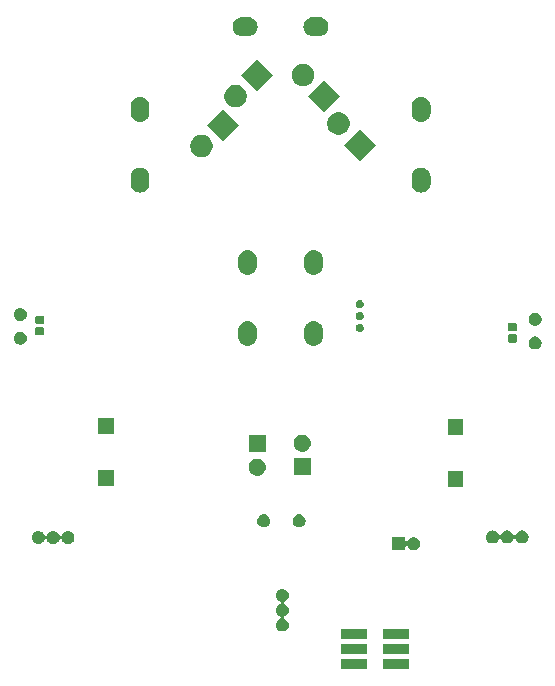
<source format=gbs>
G04 #@! TF.GenerationSoftware,KiCad,Pcbnew,(5.0.1-3-g963ef8bb5)*
G04 #@! TF.CreationDate,2019-10-10T01:43:40+09:00*
G04 #@! TF.ProjectId,mouse_v2,6D6F7573655F76322E6B696361645F70,rev?*
G04 #@! TF.SameCoordinates,Original*
G04 #@! TF.FileFunction,Soldermask,Bot*
G04 #@! TF.FilePolarity,Negative*
%FSLAX46Y46*%
G04 Gerber Fmt 4.6, Leading zero omitted, Abs format (unit mm)*
G04 Created by KiCad (PCBNEW (5.0.1-3-g963ef8bb5)) date 2019年10月10日 木曜日 01:43:40*
%MOMM*%
%LPD*%
G01*
G04 APERTURE LIST*
%ADD10C,0.100000*%
G04 APERTURE END LIST*
D10*
G36*
X162171000Y-141006000D02*
X159969000Y-141006000D01*
X159969000Y-140154000D01*
X162171000Y-140154000D01*
X162171000Y-141006000D01*
X162171000Y-141006000D01*
G37*
G36*
X158571000Y-141006000D02*
X156369000Y-141006000D01*
X156369000Y-140154000D01*
X158571000Y-140154000D01*
X158571000Y-141006000D01*
X158571000Y-141006000D01*
G37*
G36*
X162171000Y-139736000D02*
X159969000Y-139736000D01*
X159969000Y-138884000D01*
X162171000Y-138884000D01*
X162171000Y-139736000D01*
X162171000Y-139736000D01*
G37*
G36*
X158571000Y-139736000D02*
X156369000Y-139736000D01*
X156369000Y-138884000D01*
X158571000Y-138884000D01*
X158571000Y-139736000D01*
X158571000Y-139736000D01*
G37*
G36*
X162171000Y-138466000D02*
X159969000Y-138466000D01*
X159969000Y-137614000D01*
X162171000Y-137614000D01*
X162171000Y-138466000D01*
X162171000Y-138466000D01*
G37*
G36*
X158571000Y-138466000D02*
X156369000Y-138466000D01*
X156369000Y-137614000D01*
X158571000Y-137614000D01*
X158571000Y-138466000D01*
X158571000Y-138466000D01*
G37*
G36*
X151580721Y-134230174D02*
X151680995Y-134271709D01*
X151771245Y-134332012D01*
X151847988Y-134408755D01*
X151908291Y-134499005D01*
X151949826Y-134599279D01*
X151971000Y-134705730D01*
X151971000Y-134814270D01*
X151949826Y-134920721D01*
X151908291Y-135020995D01*
X151847988Y-135111245D01*
X151771245Y-135187988D01*
X151680995Y-135248291D01*
X151629756Y-135269515D01*
X151608145Y-135281066D01*
X151589203Y-135296612D01*
X151573657Y-135315554D01*
X151562106Y-135337165D01*
X151554993Y-135360614D01*
X151552591Y-135385000D01*
X151554993Y-135409386D01*
X151562106Y-135432835D01*
X151573657Y-135454446D01*
X151589203Y-135473388D01*
X151608145Y-135488934D01*
X151629756Y-135500485D01*
X151680995Y-135521709D01*
X151771245Y-135582012D01*
X151847988Y-135658755D01*
X151908291Y-135749005D01*
X151949826Y-135849279D01*
X151971000Y-135955730D01*
X151971000Y-136064270D01*
X151949826Y-136170721D01*
X151908291Y-136270995D01*
X151847988Y-136361245D01*
X151771245Y-136437988D01*
X151680995Y-136498291D01*
X151629756Y-136519515D01*
X151608145Y-136531066D01*
X151589203Y-136546612D01*
X151573657Y-136565554D01*
X151562106Y-136587165D01*
X151554993Y-136610614D01*
X151552591Y-136635000D01*
X151554993Y-136659386D01*
X151562106Y-136682835D01*
X151573657Y-136704446D01*
X151589203Y-136723388D01*
X151608145Y-136738934D01*
X151629756Y-136750485D01*
X151680995Y-136771709D01*
X151771245Y-136832012D01*
X151847988Y-136908755D01*
X151908291Y-136999005D01*
X151949826Y-137099279D01*
X151971000Y-137205730D01*
X151971000Y-137314270D01*
X151949826Y-137420721D01*
X151908291Y-137520995D01*
X151847988Y-137611245D01*
X151771245Y-137687988D01*
X151680995Y-137748291D01*
X151580721Y-137789826D01*
X151474270Y-137811000D01*
X151365730Y-137811000D01*
X151259279Y-137789826D01*
X151159005Y-137748291D01*
X151068755Y-137687988D01*
X150992012Y-137611245D01*
X150931709Y-137520995D01*
X150890174Y-137420721D01*
X150869000Y-137314270D01*
X150869000Y-137205730D01*
X150890174Y-137099279D01*
X150931709Y-136999005D01*
X150992012Y-136908755D01*
X151068755Y-136832012D01*
X151159005Y-136771709D01*
X151210244Y-136750485D01*
X151231855Y-136738934D01*
X151250797Y-136723388D01*
X151266343Y-136704446D01*
X151277894Y-136682835D01*
X151285007Y-136659386D01*
X151287409Y-136635000D01*
X151285007Y-136610614D01*
X151277894Y-136587165D01*
X151266343Y-136565554D01*
X151250797Y-136546612D01*
X151231855Y-136531066D01*
X151210244Y-136519515D01*
X151159005Y-136498291D01*
X151068755Y-136437988D01*
X150992012Y-136361245D01*
X150931709Y-136270995D01*
X150890174Y-136170721D01*
X150869000Y-136064270D01*
X150869000Y-135955730D01*
X150890174Y-135849279D01*
X150931709Y-135749005D01*
X150992012Y-135658755D01*
X151068755Y-135582012D01*
X151159005Y-135521709D01*
X151210244Y-135500485D01*
X151231855Y-135488934D01*
X151250797Y-135473388D01*
X151266343Y-135454446D01*
X151277894Y-135432835D01*
X151285007Y-135409386D01*
X151287409Y-135385000D01*
X151285007Y-135360614D01*
X151277894Y-135337165D01*
X151266343Y-135315554D01*
X151250797Y-135296612D01*
X151231855Y-135281066D01*
X151210244Y-135269515D01*
X151159005Y-135248291D01*
X151068755Y-135187988D01*
X150992012Y-135111245D01*
X150931709Y-135020995D01*
X150890174Y-134920721D01*
X150869000Y-134814270D01*
X150869000Y-134705730D01*
X150890174Y-134599279D01*
X150931709Y-134499005D01*
X150992012Y-134408755D01*
X151068755Y-134332012D01*
X151159005Y-134271709D01*
X151259279Y-134230174D01*
X151365730Y-134209000D01*
X151474270Y-134209000D01*
X151580721Y-134230174D01*
X151580721Y-134230174D01*
G37*
G36*
X161821000Y-130067262D02*
X161823402Y-130091648D01*
X161830515Y-130115097D01*
X161842066Y-130136708D01*
X161857612Y-130155650D01*
X161876554Y-130171196D01*
X161898165Y-130182747D01*
X161921614Y-130189860D01*
X161946000Y-130192262D01*
X161970386Y-130189860D01*
X161993835Y-130182747D01*
X162015446Y-130171196D01*
X162034388Y-130155650D01*
X162056236Y-130126192D01*
X162079644Y-130082400D01*
X162148499Y-129998499D01*
X162232400Y-129929644D01*
X162328121Y-129878479D01*
X162431985Y-129846973D01*
X162512933Y-129839000D01*
X162567067Y-129839000D01*
X162648015Y-129846973D01*
X162751879Y-129878479D01*
X162847600Y-129929644D01*
X162931501Y-129998499D01*
X163000356Y-130082400D01*
X163051521Y-130178121D01*
X163083027Y-130281985D01*
X163093666Y-130390000D01*
X163083027Y-130498015D01*
X163051521Y-130601879D01*
X163000356Y-130697600D01*
X162931501Y-130781501D01*
X162847600Y-130850356D01*
X162751879Y-130901521D01*
X162648015Y-130933027D01*
X162567067Y-130941000D01*
X162512933Y-130941000D01*
X162431985Y-130933027D01*
X162328121Y-130901521D01*
X162232400Y-130850356D01*
X162148499Y-130781501D01*
X162079644Y-130697600D01*
X162056234Y-130653805D01*
X162042626Y-130633439D01*
X162025299Y-130616111D01*
X162004924Y-130602498D01*
X161982285Y-130593120D01*
X161958252Y-130588340D01*
X161933748Y-130588340D01*
X161909714Y-130593121D01*
X161887075Y-130602498D01*
X161866701Y-130616112D01*
X161849373Y-130633439D01*
X161835760Y-130653814D01*
X161826382Y-130676453D01*
X161821000Y-130712738D01*
X161821000Y-130941000D01*
X160719000Y-130941000D01*
X160719000Y-129839000D01*
X161821000Y-129839000D01*
X161821000Y-130067262D01*
X161821000Y-130067262D01*
G37*
G36*
X130930721Y-129330174D02*
X131030995Y-129371709D01*
X131121245Y-129432012D01*
X131197988Y-129508755D01*
X131258291Y-129599005D01*
X131279515Y-129650244D01*
X131291066Y-129671855D01*
X131306612Y-129690797D01*
X131325554Y-129706343D01*
X131347165Y-129717894D01*
X131370614Y-129725007D01*
X131395000Y-129727409D01*
X131419386Y-129725007D01*
X131442835Y-129717894D01*
X131464446Y-129706343D01*
X131483388Y-129690797D01*
X131498934Y-129671855D01*
X131510485Y-129650244D01*
X131531709Y-129599005D01*
X131592012Y-129508755D01*
X131668755Y-129432012D01*
X131759005Y-129371709D01*
X131859279Y-129330174D01*
X131965730Y-129309000D01*
X132074270Y-129309000D01*
X132180721Y-129330174D01*
X132280995Y-129371709D01*
X132371245Y-129432012D01*
X132447988Y-129508755D01*
X132508291Y-129599005D01*
X132529515Y-129650244D01*
X132541066Y-129671855D01*
X132556612Y-129690797D01*
X132575554Y-129706343D01*
X132597165Y-129717894D01*
X132620614Y-129725007D01*
X132645000Y-129727409D01*
X132669386Y-129725007D01*
X132692835Y-129717894D01*
X132714446Y-129706343D01*
X132733388Y-129690797D01*
X132748934Y-129671855D01*
X132760485Y-129650244D01*
X132781709Y-129599005D01*
X132842012Y-129508755D01*
X132918755Y-129432012D01*
X133009005Y-129371709D01*
X133109279Y-129330174D01*
X133215730Y-129309000D01*
X133324270Y-129309000D01*
X133430721Y-129330174D01*
X133530995Y-129371709D01*
X133621245Y-129432012D01*
X133697988Y-129508755D01*
X133758291Y-129599005D01*
X133799826Y-129699279D01*
X133821000Y-129805730D01*
X133821000Y-129914270D01*
X133799826Y-130020721D01*
X133758291Y-130120995D01*
X133697988Y-130211245D01*
X133621245Y-130287988D01*
X133530995Y-130348291D01*
X133430721Y-130389826D01*
X133324270Y-130411000D01*
X133215730Y-130411000D01*
X133109279Y-130389826D01*
X133009005Y-130348291D01*
X132918755Y-130287988D01*
X132842012Y-130211245D01*
X132781709Y-130120995D01*
X132760485Y-130069756D01*
X132748934Y-130048145D01*
X132733388Y-130029203D01*
X132714446Y-130013657D01*
X132692835Y-130002106D01*
X132669386Y-129994993D01*
X132645000Y-129992591D01*
X132620614Y-129994993D01*
X132597165Y-130002106D01*
X132575554Y-130013657D01*
X132556612Y-130029203D01*
X132541066Y-130048145D01*
X132529515Y-130069756D01*
X132508291Y-130120995D01*
X132447988Y-130211245D01*
X132371245Y-130287988D01*
X132280995Y-130348291D01*
X132180721Y-130389826D01*
X132074270Y-130411000D01*
X131965730Y-130411000D01*
X131859279Y-130389826D01*
X131759005Y-130348291D01*
X131668755Y-130287988D01*
X131592012Y-130211245D01*
X131531709Y-130120995D01*
X131510485Y-130069756D01*
X131498934Y-130048145D01*
X131483388Y-130029203D01*
X131464446Y-130013657D01*
X131442835Y-130002106D01*
X131419386Y-129994993D01*
X131395000Y-129992591D01*
X131370614Y-129994993D01*
X131347165Y-130002106D01*
X131325554Y-130013657D01*
X131306612Y-130029203D01*
X131291066Y-130048145D01*
X131279515Y-130069756D01*
X131258291Y-130120995D01*
X131197988Y-130211245D01*
X131121245Y-130287988D01*
X131030995Y-130348291D01*
X130930721Y-130389826D01*
X130824270Y-130411000D01*
X130715730Y-130411000D01*
X130609279Y-130389826D01*
X130509005Y-130348291D01*
X130418755Y-130287988D01*
X130342012Y-130211245D01*
X130281709Y-130120995D01*
X130240174Y-130020721D01*
X130219000Y-129914270D01*
X130219000Y-129805730D01*
X130240174Y-129699279D01*
X130281709Y-129599005D01*
X130342012Y-129508755D01*
X130418755Y-129432012D01*
X130509005Y-129371709D01*
X130609279Y-129330174D01*
X130715730Y-129309000D01*
X130824270Y-129309000D01*
X130930721Y-129330174D01*
X130930721Y-129330174D01*
G37*
G36*
X169380721Y-129280174D02*
X169480995Y-129321709D01*
X169571245Y-129382012D01*
X169647988Y-129458755D01*
X169708291Y-129549005D01*
X169729515Y-129600244D01*
X169741066Y-129621855D01*
X169756612Y-129640797D01*
X169775554Y-129656343D01*
X169797165Y-129667894D01*
X169820614Y-129675007D01*
X169845000Y-129677409D01*
X169869386Y-129675007D01*
X169892835Y-129667894D01*
X169914446Y-129656343D01*
X169933388Y-129640797D01*
X169948934Y-129621855D01*
X169960485Y-129600244D01*
X169981709Y-129549005D01*
X170042012Y-129458755D01*
X170118755Y-129382012D01*
X170209005Y-129321709D01*
X170309279Y-129280174D01*
X170415730Y-129259000D01*
X170524270Y-129259000D01*
X170630721Y-129280174D01*
X170730995Y-129321709D01*
X170821245Y-129382012D01*
X170897988Y-129458755D01*
X170958291Y-129549005D01*
X170979515Y-129600244D01*
X170991066Y-129621855D01*
X171006612Y-129640797D01*
X171025554Y-129656343D01*
X171047165Y-129667894D01*
X171070614Y-129675007D01*
X171095000Y-129677409D01*
X171119386Y-129675007D01*
X171142835Y-129667894D01*
X171164446Y-129656343D01*
X171183388Y-129640797D01*
X171198934Y-129621855D01*
X171210485Y-129600244D01*
X171231709Y-129549005D01*
X171292012Y-129458755D01*
X171368755Y-129382012D01*
X171459005Y-129321709D01*
X171559279Y-129280174D01*
X171665730Y-129259000D01*
X171774270Y-129259000D01*
X171880721Y-129280174D01*
X171980995Y-129321709D01*
X172071245Y-129382012D01*
X172147988Y-129458755D01*
X172208291Y-129549005D01*
X172249826Y-129649279D01*
X172271000Y-129755730D01*
X172271000Y-129864270D01*
X172249826Y-129970721D01*
X172208291Y-130070995D01*
X172147988Y-130161245D01*
X172071245Y-130237988D01*
X171980995Y-130298291D01*
X171880721Y-130339826D01*
X171774270Y-130361000D01*
X171665730Y-130361000D01*
X171559279Y-130339826D01*
X171459005Y-130298291D01*
X171368755Y-130237988D01*
X171292012Y-130161245D01*
X171231709Y-130070995D01*
X171210485Y-130019756D01*
X171198934Y-129998145D01*
X171183388Y-129979203D01*
X171164446Y-129963657D01*
X171142835Y-129952106D01*
X171119386Y-129944993D01*
X171095000Y-129942591D01*
X171070614Y-129944993D01*
X171047165Y-129952106D01*
X171025554Y-129963657D01*
X171006612Y-129979203D01*
X170991066Y-129998145D01*
X170979515Y-130019756D01*
X170958291Y-130070995D01*
X170897988Y-130161245D01*
X170821245Y-130237988D01*
X170730995Y-130298291D01*
X170630721Y-130339826D01*
X170524270Y-130361000D01*
X170415730Y-130361000D01*
X170309279Y-130339826D01*
X170209005Y-130298291D01*
X170118755Y-130237988D01*
X170042012Y-130161245D01*
X169981709Y-130070995D01*
X169960485Y-130019756D01*
X169948934Y-129998145D01*
X169933388Y-129979203D01*
X169914446Y-129963657D01*
X169892835Y-129952106D01*
X169869386Y-129944993D01*
X169845000Y-129942591D01*
X169820614Y-129944993D01*
X169797165Y-129952106D01*
X169775554Y-129963657D01*
X169756612Y-129979203D01*
X169741066Y-129998145D01*
X169729515Y-130019756D01*
X169708291Y-130070995D01*
X169647988Y-130161245D01*
X169571245Y-130237988D01*
X169480995Y-130298291D01*
X169380721Y-130339826D01*
X169274270Y-130361000D01*
X169165730Y-130361000D01*
X169059279Y-130339826D01*
X168959005Y-130298291D01*
X168868755Y-130237988D01*
X168792012Y-130161245D01*
X168731709Y-130070995D01*
X168690174Y-129970721D01*
X168669000Y-129864270D01*
X168669000Y-129755730D01*
X168690174Y-129649279D01*
X168731709Y-129549005D01*
X168792012Y-129458755D01*
X168868755Y-129382012D01*
X168959005Y-129321709D01*
X169059279Y-129280174D01*
X169165730Y-129259000D01*
X169274270Y-129259000D01*
X169380721Y-129280174D01*
X169380721Y-129280174D01*
G37*
G36*
X153000721Y-127910174D02*
X153100995Y-127951709D01*
X153191245Y-128012012D01*
X153267988Y-128088755D01*
X153328291Y-128179005D01*
X153369826Y-128279279D01*
X153391000Y-128385730D01*
X153391000Y-128494270D01*
X153369826Y-128600721D01*
X153328291Y-128700995D01*
X153267988Y-128791245D01*
X153191245Y-128867988D01*
X153100995Y-128928291D01*
X153000721Y-128969826D01*
X152894270Y-128991000D01*
X152785730Y-128991000D01*
X152679279Y-128969826D01*
X152579005Y-128928291D01*
X152488755Y-128867988D01*
X152412012Y-128791245D01*
X152351709Y-128700995D01*
X152310174Y-128600721D01*
X152289000Y-128494270D01*
X152289000Y-128385730D01*
X152310174Y-128279279D01*
X152351709Y-128179005D01*
X152412012Y-128088755D01*
X152488755Y-128012012D01*
X152579005Y-127951709D01*
X152679279Y-127910174D01*
X152785730Y-127889000D01*
X152894270Y-127889000D01*
X153000721Y-127910174D01*
X153000721Y-127910174D01*
G37*
G36*
X150000721Y-127910174D02*
X150100995Y-127951709D01*
X150191245Y-128012012D01*
X150267988Y-128088755D01*
X150328291Y-128179005D01*
X150369826Y-128279279D01*
X150391000Y-128385730D01*
X150391000Y-128494270D01*
X150369826Y-128600721D01*
X150328291Y-128700995D01*
X150267988Y-128791245D01*
X150191245Y-128867988D01*
X150100995Y-128928291D01*
X150000721Y-128969826D01*
X149894270Y-128991000D01*
X149785730Y-128991000D01*
X149679279Y-128969826D01*
X149579005Y-128928291D01*
X149488755Y-128867988D01*
X149412012Y-128791245D01*
X149351709Y-128700995D01*
X149310174Y-128600721D01*
X149289000Y-128494270D01*
X149289000Y-128385730D01*
X149310174Y-128279279D01*
X149351709Y-128179005D01*
X149412012Y-128088755D01*
X149488755Y-128012012D01*
X149579005Y-127951709D01*
X149679279Y-127910174D01*
X149785730Y-127889000D01*
X149894270Y-127889000D01*
X150000721Y-127910174D01*
X150000721Y-127910174D01*
G37*
G36*
X166711000Y-125550999D02*
X165409000Y-125550999D01*
X165409000Y-124248999D01*
X166711000Y-124248999D01*
X166711000Y-125550999D01*
X166711000Y-125550999D01*
G37*
G36*
X137131000Y-125490999D02*
X135829000Y-125490999D01*
X135829000Y-124188999D01*
X137131000Y-124188999D01*
X137131000Y-125490999D01*
X137131000Y-125490999D01*
G37*
G36*
X149356991Y-123184101D02*
X149442321Y-123192505D01*
X149579172Y-123234019D01*
X149579174Y-123234020D01*
X149579177Y-123234021D01*
X149705296Y-123301432D01*
X149815843Y-123392157D01*
X149906568Y-123502704D01*
X149973979Y-123628823D01*
X149973980Y-123628826D01*
X149973981Y-123628828D01*
X150015495Y-123765679D01*
X150029512Y-123908000D01*
X150015495Y-124050321D01*
X149973981Y-124187172D01*
X149973979Y-124187177D01*
X149906568Y-124313296D01*
X149815843Y-124423843D01*
X149705296Y-124514568D01*
X149579177Y-124581979D01*
X149579174Y-124581980D01*
X149579172Y-124581981D01*
X149442321Y-124623495D01*
X149356991Y-124631899D01*
X149335660Y-124634000D01*
X149264340Y-124634000D01*
X149243009Y-124631899D01*
X149157679Y-124623495D01*
X149020828Y-124581981D01*
X149020826Y-124581980D01*
X149020823Y-124581979D01*
X148894704Y-124514568D01*
X148784157Y-124423843D01*
X148693432Y-124313296D01*
X148626021Y-124187177D01*
X148626019Y-124187172D01*
X148584505Y-124050321D01*
X148570488Y-123908000D01*
X148584505Y-123765679D01*
X148626019Y-123628828D01*
X148626020Y-123628826D01*
X148626021Y-123628823D01*
X148693432Y-123502704D01*
X148784157Y-123392157D01*
X148894704Y-123301432D01*
X149020823Y-123234021D01*
X149020826Y-123234020D01*
X149020828Y-123234019D01*
X149157679Y-123192505D01*
X149243009Y-123184101D01*
X149264340Y-123182000D01*
X149335660Y-123182000D01*
X149356991Y-123184101D01*
X149356991Y-123184101D01*
G37*
G36*
X153836000Y-124602000D02*
X152384000Y-124602000D01*
X152384000Y-123150000D01*
X153836000Y-123150000D01*
X153836000Y-124602000D01*
X153836000Y-124602000D01*
G37*
G36*
X150026000Y-122634000D02*
X148574000Y-122634000D01*
X148574000Y-121182000D01*
X150026000Y-121182000D01*
X150026000Y-122634000D01*
X150026000Y-122634000D01*
G37*
G36*
X153166991Y-121152101D02*
X153252321Y-121160505D01*
X153389172Y-121202019D01*
X153389174Y-121202020D01*
X153389177Y-121202021D01*
X153515296Y-121269432D01*
X153625843Y-121360157D01*
X153716568Y-121470704D01*
X153783979Y-121596823D01*
X153783980Y-121596826D01*
X153783981Y-121596828D01*
X153825495Y-121733679D01*
X153839512Y-121876000D01*
X153825495Y-122018321D01*
X153783981Y-122155172D01*
X153783979Y-122155177D01*
X153716568Y-122281296D01*
X153625843Y-122391843D01*
X153515296Y-122482568D01*
X153389177Y-122549979D01*
X153389174Y-122549980D01*
X153389172Y-122549981D01*
X153252321Y-122591495D01*
X153166991Y-122599899D01*
X153145660Y-122602000D01*
X153074340Y-122602000D01*
X153053009Y-122599899D01*
X152967679Y-122591495D01*
X152830828Y-122549981D01*
X152830826Y-122549980D01*
X152830823Y-122549979D01*
X152704704Y-122482568D01*
X152594157Y-122391843D01*
X152503432Y-122281296D01*
X152436021Y-122155177D01*
X152436019Y-122155172D01*
X152394505Y-122018321D01*
X152380488Y-121876000D01*
X152394505Y-121733679D01*
X152436019Y-121596828D01*
X152436020Y-121596826D01*
X152436021Y-121596823D01*
X152503432Y-121470704D01*
X152594157Y-121360157D01*
X152704704Y-121269432D01*
X152830823Y-121202021D01*
X152830826Y-121202020D01*
X152830828Y-121202019D01*
X152967679Y-121160505D01*
X153053009Y-121152101D01*
X153074340Y-121150000D01*
X153145660Y-121150000D01*
X153166991Y-121152101D01*
X153166991Y-121152101D01*
G37*
G36*
X166710999Y-121150999D02*
X165408999Y-121150999D01*
X165408999Y-119848999D01*
X166710999Y-119848999D01*
X166710999Y-121150999D01*
X166710999Y-121150999D01*
G37*
G36*
X137131001Y-121090999D02*
X135829001Y-121090999D01*
X135829001Y-119788999D01*
X137131001Y-119788999D01*
X137131001Y-121090999D01*
X137131001Y-121090999D01*
G37*
G36*
X172980721Y-112850174D02*
X173080995Y-112891709D01*
X173171245Y-112952012D01*
X173247988Y-113028755D01*
X173308291Y-113119005D01*
X173349826Y-113219279D01*
X173371000Y-113325730D01*
X173371000Y-113434270D01*
X173349826Y-113540721D01*
X173308291Y-113640995D01*
X173247988Y-113731245D01*
X173171245Y-113807988D01*
X173080995Y-113868291D01*
X172980721Y-113909826D01*
X172874270Y-113931000D01*
X172765730Y-113931000D01*
X172659279Y-113909826D01*
X172559005Y-113868291D01*
X172468755Y-113807988D01*
X172392012Y-113731245D01*
X172331709Y-113640995D01*
X172290174Y-113540721D01*
X172269000Y-113434270D01*
X172269000Y-113325730D01*
X172290174Y-113219279D01*
X172331709Y-113119005D01*
X172392012Y-113028755D01*
X172468755Y-112952012D01*
X172559005Y-112891709D01*
X172659279Y-112850174D01*
X172765730Y-112829000D01*
X172874270Y-112829000D01*
X172980721Y-112850174D01*
X172980721Y-112850174D01*
G37*
G36*
X154227024Y-111550590D02*
X154378011Y-111596392D01*
X154517161Y-111670768D01*
X154551562Y-111699000D01*
X154639133Y-111770867D01*
X154639134Y-111770869D01*
X154639136Y-111770870D01*
X154739230Y-111892835D01*
X154813608Y-112031988D01*
X154859410Y-112182975D01*
X154871000Y-112300654D01*
X154871000Y-112879346D01*
X154859410Y-112997025D01*
X154813608Y-113148012D01*
X154739230Y-113287165D01*
X154639133Y-113409133D01*
X154517165Y-113509230D01*
X154378012Y-113583608D01*
X154227025Y-113629410D01*
X154070000Y-113644875D01*
X153912976Y-113629410D01*
X153761989Y-113583608D01*
X153622836Y-113509230D01*
X153500868Y-113409133D01*
X153499928Y-113407988D01*
X153400771Y-113287165D01*
X153326392Y-113148012D01*
X153303491Y-113072517D01*
X153280590Y-112997025D01*
X153269000Y-112879346D01*
X153269000Y-112300655D01*
X153280590Y-112182976D01*
X153326392Y-112031989D01*
X153400768Y-111892839D01*
X153464123Y-111815640D01*
X153500867Y-111770867D01*
X153500869Y-111770866D01*
X153500870Y-111770864D01*
X153622835Y-111670770D01*
X153761988Y-111596392D01*
X153912975Y-111550590D01*
X154070000Y-111535125D01*
X154227024Y-111550590D01*
X154227024Y-111550590D01*
G37*
G36*
X148627025Y-111550590D02*
X148778012Y-111596392D01*
X148917165Y-111670770D01*
X149039133Y-111770867D01*
X149139230Y-111892835D01*
X149213608Y-112031988D01*
X149259410Y-112182975D01*
X149271000Y-112300654D01*
X149271000Y-112879346D01*
X149259410Y-112997025D01*
X149213608Y-113148012D01*
X149139230Y-113287165D01*
X149039136Y-113409130D01*
X149039134Y-113409131D01*
X149039133Y-113409133D01*
X149039129Y-113409136D01*
X148917161Y-113509232D01*
X148778011Y-113583608D01*
X148627024Y-113629410D01*
X148470000Y-113644875D01*
X148312975Y-113629410D01*
X148161988Y-113583608D01*
X148022835Y-113509230D01*
X147900870Y-113409136D01*
X147900869Y-113409134D01*
X147900867Y-113409133D01*
X147834454Y-113328208D01*
X147800768Y-113287161D01*
X147726392Y-113148011D01*
X147680590Y-112997024D01*
X147669000Y-112879345D01*
X147669000Y-112300654D01*
X147680590Y-112182975D01*
X147715165Y-112069000D01*
X147726392Y-112031988D01*
X147800771Y-111892835D01*
X147900868Y-111770867D01*
X147916293Y-111758208D01*
X148022836Y-111670770D01*
X148161989Y-111596392D01*
X148312976Y-111550590D01*
X148470000Y-111535125D01*
X148627025Y-111550590D01*
X148627025Y-111550590D01*
G37*
G36*
X129400721Y-112450174D02*
X129500995Y-112491709D01*
X129591245Y-112552012D01*
X129667988Y-112628755D01*
X129728291Y-112719005D01*
X129769826Y-112819279D01*
X129791000Y-112925730D01*
X129791000Y-113034270D01*
X129769826Y-113140721D01*
X129728291Y-113240995D01*
X129667988Y-113331245D01*
X129591245Y-113407988D01*
X129500995Y-113468291D01*
X129400721Y-113509826D01*
X129294270Y-113531000D01*
X129185730Y-113531000D01*
X129079279Y-113509826D01*
X128979005Y-113468291D01*
X128888755Y-113407988D01*
X128812012Y-113331245D01*
X128751709Y-113240995D01*
X128710174Y-113140721D01*
X128689000Y-113034270D01*
X128689000Y-112925730D01*
X128710174Y-112819279D01*
X128751709Y-112719005D01*
X128812012Y-112628755D01*
X128888755Y-112552012D01*
X128979005Y-112491709D01*
X129079279Y-112450174D01*
X129185730Y-112429000D01*
X129294270Y-112429000D01*
X129400721Y-112450174D01*
X129400721Y-112450174D01*
G37*
G36*
X171171938Y-112671716D02*
X171192556Y-112677970D01*
X171211556Y-112688126D01*
X171228208Y-112701792D01*
X171241874Y-112718444D01*
X171252030Y-112737444D01*
X171258284Y-112758062D01*
X171261000Y-112785640D01*
X171261000Y-113244360D01*
X171258284Y-113271938D01*
X171252030Y-113292556D01*
X171241874Y-113311556D01*
X171228208Y-113328208D01*
X171211556Y-113341874D01*
X171192556Y-113352030D01*
X171171938Y-113358284D01*
X171144360Y-113361000D01*
X170635640Y-113361000D01*
X170608062Y-113358284D01*
X170587444Y-113352030D01*
X170568444Y-113341874D01*
X170551792Y-113328208D01*
X170538126Y-113311556D01*
X170527970Y-113292556D01*
X170521716Y-113271938D01*
X170519000Y-113244360D01*
X170519000Y-112785640D01*
X170521716Y-112758062D01*
X170527970Y-112737444D01*
X170538126Y-112718444D01*
X170551792Y-112701792D01*
X170568444Y-112688126D01*
X170587444Y-112677970D01*
X170608062Y-112671716D01*
X170635640Y-112669000D01*
X171144360Y-112669000D01*
X171171938Y-112671716D01*
X171171938Y-112671716D01*
G37*
G36*
X131161938Y-112071716D02*
X131182556Y-112077970D01*
X131201556Y-112088126D01*
X131218208Y-112101792D01*
X131231874Y-112118444D01*
X131242030Y-112137444D01*
X131248284Y-112158062D01*
X131251000Y-112185640D01*
X131251000Y-112644360D01*
X131248284Y-112671938D01*
X131242030Y-112692556D01*
X131231874Y-112711556D01*
X131218208Y-112728208D01*
X131201556Y-112741874D01*
X131182556Y-112752030D01*
X131161938Y-112758284D01*
X131134360Y-112761000D01*
X130625640Y-112761000D01*
X130598062Y-112758284D01*
X130577444Y-112752030D01*
X130558444Y-112741874D01*
X130541792Y-112728208D01*
X130528126Y-112711556D01*
X130517970Y-112692556D01*
X130511716Y-112671938D01*
X130509000Y-112644360D01*
X130509000Y-112185640D01*
X130511716Y-112158062D01*
X130517970Y-112137444D01*
X130528126Y-112118444D01*
X130541792Y-112101792D01*
X130558444Y-112088126D01*
X130577444Y-112077970D01*
X130598062Y-112071716D01*
X130625640Y-112069000D01*
X131134360Y-112069000D01*
X131161938Y-112071716D01*
X131161938Y-112071716D01*
G37*
G36*
X158072383Y-111772489D02*
X158136261Y-111798948D01*
X158193750Y-111837361D01*
X158242639Y-111886250D01*
X158281052Y-111943739D01*
X158307511Y-112007617D01*
X158321000Y-112075430D01*
X158321000Y-112144570D01*
X158307511Y-112212383D01*
X158281052Y-112276261D01*
X158242639Y-112333750D01*
X158193750Y-112382639D01*
X158136261Y-112421052D01*
X158072383Y-112447511D01*
X158004570Y-112461000D01*
X157935430Y-112461000D01*
X157867617Y-112447511D01*
X157803739Y-112421052D01*
X157746250Y-112382639D01*
X157697361Y-112333750D01*
X157658948Y-112276261D01*
X157632489Y-112212383D01*
X157619000Y-112144570D01*
X157619000Y-112075430D01*
X157632489Y-112007617D01*
X157658948Y-111943739D01*
X157697361Y-111886250D01*
X157746250Y-111837361D01*
X157803739Y-111798948D01*
X157867617Y-111772489D01*
X157935430Y-111759000D01*
X158004570Y-111759000D01*
X158072383Y-111772489D01*
X158072383Y-111772489D01*
G37*
G36*
X171171938Y-111701716D02*
X171192556Y-111707970D01*
X171211556Y-111718126D01*
X171228208Y-111731792D01*
X171241874Y-111748444D01*
X171252030Y-111767444D01*
X171258284Y-111788062D01*
X171261000Y-111815640D01*
X171261000Y-112274360D01*
X171258284Y-112301938D01*
X171252030Y-112322556D01*
X171241874Y-112341556D01*
X171228208Y-112358208D01*
X171211556Y-112371874D01*
X171192556Y-112382030D01*
X171171938Y-112388284D01*
X171144360Y-112391000D01*
X170635640Y-112391000D01*
X170608062Y-112388284D01*
X170587444Y-112382030D01*
X170568444Y-112371874D01*
X170551792Y-112358208D01*
X170538126Y-112341556D01*
X170527970Y-112322556D01*
X170521716Y-112301938D01*
X170519000Y-112274360D01*
X170519000Y-111815640D01*
X170521716Y-111788062D01*
X170527970Y-111767444D01*
X170538126Y-111748444D01*
X170551792Y-111731792D01*
X170568444Y-111718126D01*
X170587444Y-111707970D01*
X170608062Y-111701716D01*
X170635640Y-111699000D01*
X171144360Y-111699000D01*
X171171938Y-111701716D01*
X171171938Y-111701716D01*
G37*
G36*
X172980721Y-110850174D02*
X173080995Y-110891709D01*
X173171245Y-110952012D01*
X173247988Y-111028755D01*
X173308291Y-111119005D01*
X173349826Y-111219279D01*
X173371000Y-111325730D01*
X173371000Y-111434270D01*
X173349826Y-111540721D01*
X173308291Y-111640995D01*
X173247988Y-111731245D01*
X173171245Y-111807988D01*
X173080995Y-111868291D01*
X172980721Y-111909826D01*
X172874270Y-111931000D01*
X172765730Y-111931000D01*
X172659279Y-111909826D01*
X172559005Y-111868291D01*
X172468755Y-111807988D01*
X172392012Y-111731245D01*
X172331709Y-111640995D01*
X172290174Y-111540721D01*
X172269000Y-111434270D01*
X172269000Y-111325730D01*
X172290174Y-111219279D01*
X172331709Y-111119005D01*
X172392012Y-111028755D01*
X172468755Y-110952012D01*
X172559005Y-110891709D01*
X172659279Y-110850174D01*
X172765730Y-110829000D01*
X172874270Y-110829000D01*
X172980721Y-110850174D01*
X172980721Y-110850174D01*
G37*
G36*
X131161938Y-111101716D02*
X131182556Y-111107970D01*
X131201556Y-111118126D01*
X131218208Y-111131792D01*
X131231874Y-111148444D01*
X131242030Y-111167444D01*
X131248284Y-111188062D01*
X131251000Y-111215640D01*
X131251000Y-111674360D01*
X131248284Y-111701938D01*
X131242030Y-111722556D01*
X131231874Y-111741556D01*
X131218208Y-111758208D01*
X131201556Y-111771874D01*
X131182556Y-111782030D01*
X131161938Y-111788284D01*
X131134360Y-111791000D01*
X130625640Y-111791000D01*
X130598062Y-111788284D01*
X130577444Y-111782030D01*
X130558444Y-111771874D01*
X130541792Y-111758208D01*
X130528126Y-111741556D01*
X130517970Y-111722556D01*
X130511716Y-111701938D01*
X130509000Y-111674360D01*
X130509000Y-111215640D01*
X130511716Y-111188062D01*
X130517970Y-111167444D01*
X130528126Y-111148444D01*
X130541792Y-111131792D01*
X130558444Y-111118126D01*
X130577444Y-111107970D01*
X130598062Y-111101716D01*
X130625640Y-111099000D01*
X131134360Y-111099000D01*
X131161938Y-111101716D01*
X131161938Y-111101716D01*
G37*
G36*
X129400721Y-110450174D02*
X129500995Y-110491709D01*
X129591245Y-110552012D01*
X129667988Y-110628755D01*
X129728291Y-110719005D01*
X129769826Y-110819279D01*
X129791000Y-110925730D01*
X129791000Y-111034270D01*
X129769826Y-111140721D01*
X129728291Y-111240995D01*
X129667988Y-111331245D01*
X129591245Y-111407988D01*
X129500995Y-111468291D01*
X129400721Y-111509826D01*
X129294270Y-111531000D01*
X129185730Y-111531000D01*
X129079279Y-111509826D01*
X128979005Y-111468291D01*
X128888755Y-111407988D01*
X128812012Y-111331245D01*
X128751709Y-111240995D01*
X128710174Y-111140721D01*
X128689000Y-111034270D01*
X128689000Y-110925730D01*
X128710174Y-110819279D01*
X128751709Y-110719005D01*
X128812012Y-110628755D01*
X128888755Y-110552012D01*
X128979005Y-110491709D01*
X129079279Y-110450174D01*
X129185730Y-110429000D01*
X129294270Y-110429000D01*
X129400721Y-110450174D01*
X129400721Y-110450174D01*
G37*
G36*
X158072383Y-110772489D02*
X158136261Y-110798948D01*
X158193750Y-110837361D01*
X158242639Y-110886250D01*
X158281052Y-110943739D01*
X158307511Y-111007617D01*
X158321000Y-111075430D01*
X158321000Y-111144570D01*
X158307511Y-111212383D01*
X158281052Y-111276261D01*
X158242639Y-111333750D01*
X158193750Y-111382639D01*
X158136261Y-111421052D01*
X158072383Y-111447511D01*
X158004570Y-111461000D01*
X157935430Y-111461000D01*
X157867617Y-111447511D01*
X157803739Y-111421052D01*
X157746250Y-111382639D01*
X157697361Y-111333750D01*
X157658948Y-111276261D01*
X157632489Y-111212383D01*
X157619000Y-111144570D01*
X157619000Y-111075430D01*
X157632489Y-111007617D01*
X157658948Y-110943739D01*
X157697361Y-110886250D01*
X157746250Y-110837361D01*
X157803739Y-110798948D01*
X157867617Y-110772489D01*
X157935430Y-110759000D01*
X158004570Y-110759000D01*
X158072383Y-110772489D01*
X158072383Y-110772489D01*
G37*
G36*
X158072383Y-109772489D02*
X158136261Y-109798948D01*
X158193750Y-109837361D01*
X158242639Y-109886250D01*
X158281052Y-109943739D01*
X158307511Y-110007617D01*
X158321000Y-110075430D01*
X158321000Y-110144570D01*
X158307511Y-110212383D01*
X158281052Y-110276261D01*
X158242639Y-110333750D01*
X158193750Y-110382639D01*
X158136261Y-110421052D01*
X158072383Y-110447511D01*
X158004570Y-110461000D01*
X157935430Y-110461000D01*
X157867617Y-110447511D01*
X157803739Y-110421052D01*
X157746250Y-110382639D01*
X157697361Y-110333750D01*
X157658948Y-110276261D01*
X157632489Y-110212383D01*
X157619000Y-110144570D01*
X157619000Y-110075430D01*
X157632489Y-110007617D01*
X157658948Y-109943739D01*
X157697361Y-109886250D01*
X157746250Y-109837361D01*
X157803739Y-109798948D01*
X157867617Y-109772489D01*
X157935430Y-109759000D01*
X158004570Y-109759000D01*
X158072383Y-109772489D01*
X158072383Y-109772489D01*
G37*
G36*
X148627025Y-105550590D02*
X148778012Y-105596392D01*
X148917165Y-105670770D01*
X149039133Y-105770867D01*
X149139230Y-105892835D01*
X149213608Y-106031988D01*
X149259410Y-106182975D01*
X149271000Y-106300654D01*
X149271000Y-106879346D01*
X149259410Y-106997025D01*
X149213608Y-107148012D01*
X149139230Y-107287165D01*
X149039136Y-107409130D01*
X149039134Y-107409131D01*
X149039133Y-107409133D01*
X149039129Y-107409136D01*
X148917161Y-107509232D01*
X148778011Y-107583608D01*
X148627024Y-107629410D01*
X148470000Y-107644875D01*
X148312975Y-107629410D01*
X148161988Y-107583608D01*
X148022835Y-107509230D01*
X147900870Y-107409136D01*
X147900869Y-107409134D01*
X147900867Y-107409133D01*
X147850819Y-107348149D01*
X147800768Y-107287161D01*
X147726392Y-107148011D01*
X147680590Y-106997024D01*
X147669000Y-106879345D01*
X147669000Y-106300654D01*
X147680590Y-106182975D01*
X147703491Y-106107482D01*
X147726392Y-106031988D01*
X147800771Y-105892835D01*
X147900868Y-105770867D01*
X147900872Y-105770864D01*
X148022836Y-105670770D01*
X148161989Y-105596392D01*
X148312976Y-105550590D01*
X148470000Y-105535125D01*
X148627025Y-105550590D01*
X148627025Y-105550590D01*
G37*
G36*
X154227024Y-105550590D02*
X154378011Y-105596392D01*
X154517161Y-105670768D01*
X154578149Y-105720819D01*
X154639133Y-105770867D01*
X154639134Y-105770869D01*
X154639136Y-105770870D01*
X154739230Y-105892835D01*
X154813608Y-106031988D01*
X154859410Y-106182975D01*
X154871000Y-106300654D01*
X154871000Y-106879346D01*
X154859410Y-106997025D01*
X154813608Y-107148012D01*
X154739230Y-107287165D01*
X154639133Y-107409133D01*
X154517165Y-107509230D01*
X154378012Y-107583608D01*
X154227025Y-107629410D01*
X154070000Y-107644875D01*
X153912976Y-107629410D01*
X153761989Y-107583608D01*
X153622836Y-107509230D01*
X153500868Y-107409133D01*
X153500866Y-107409130D01*
X153400771Y-107287165D01*
X153326392Y-107148012D01*
X153303491Y-107072517D01*
X153280590Y-106997025D01*
X153269000Y-106879346D01*
X153269000Y-106300655D01*
X153280590Y-106182976D01*
X153326392Y-106031989D01*
X153400768Y-105892839D01*
X153500865Y-105770870D01*
X153500867Y-105770867D01*
X153500869Y-105770866D01*
X153500870Y-105770864D01*
X153622835Y-105670770D01*
X153761988Y-105596392D01*
X153912975Y-105550590D01*
X154070000Y-105535125D01*
X154227024Y-105550590D01*
X154227024Y-105550590D01*
G37*
G36*
X163327024Y-98570590D02*
X163478011Y-98616392D01*
X163617161Y-98690768D01*
X163678149Y-98740819D01*
X163739133Y-98790867D01*
X163739134Y-98790869D01*
X163739136Y-98790870D01*
X163839230Y-98912835D01*
X163913608Y-99051988D01*
X163959410Y-99202975D01*
X163971000Y-99320654D01*
X163971000Y-99899346D01*
X163959410Y-100017025D01*
X163913608Y-100168012D01*
X163839230Y-100307165D01*
X163739133Y-100429133D01*
X163617165Y-100529230D01*
X163478012Y-100603608D01*
X163327025Y-100649410D01*
X163170000Y-100664875D01*
X163012976Y-100649410D01*
X162861989Y-100603608D01*
X162722836Y-100529230D01*
X162600868Y-100429133D01*
X162600866Y-100429130D01*
X162500771Y-100307165D01*
X162426392Y-100168012D01*
X162403491Y-100092518D01*
X162380590Y-100017025D01*
X162369000Y-99899346D01*
X162369000Y-99320655D01*
X162380590Y-99202976D01*
X162426392Y-99051989D01*
X162500768Y-98912839D01*
X162600865Y-98790870D01*
X162600867Y-98790867D01*
X162600869Y-98790866D01*
X162600870Y-98790864D01*
X162722835Y-98690770D01*
X162861988Y-98616392D01*
X163012975Y-98570590D01*
X163170000Y-98555125D01*
X163327024Y-98570590D01*
X163327024Y-98570590D01*
G37*
G36*
X139527025Y-98570590D02*
X139678012Y-98616392D01*
X139817165Y-98690770D01*
X139939133Y-98790867D01*
X140039230Y-98912835D01*
X140113608Y-99051988D01*
X140159410Y-99202975D01*
X140171000Y-99320654D01*
X140171000Y-99899346D01*
X140159410Y-100017025D01*
X140113608Y-100168012D01*
X140039230Y-100307165D01*
X139939136Y-100429130D01*
X139939134Y-100429131D01*
X139939133Y-100429133D01*
X139939129Y-100429136D01*
X139817161Y-100529232D01*
X139678011Y-100603608D01*
X139527024Y-100649410D01*
X139370000Y-100664875D01*
X139212975Y-100649410D01*
X139061988Y-100603608D01*
X138922835Y-100529230D01*
X138800870Y-100429136D01*
X138800869Y-100429134D01*
X138800867Y-100429133D01*
X138750819Y-100368149D01*
X138700768Y-100307161D01*
X138626392Y-100168011D01*
X138580590Y-100017024D01*
X138569000Y-99899345D01*
X138569000Y-99320654D01*
X138580590Y-99202975D01*
X138603491Y-99127482D01*
X138626392Y-99051988D01*
X138700771Y-98912835D01*
X138800868Y-98790867D01*
X138800872Y-98790864D01*
X138922836Y-98690770D01*
X139061989Y-98616392D01*
X139212976Y-98570590D01*
X139370000Y-98555125D01*
X139527025Y-98570590D01*
X139527025Y-98570590D01*
G37*
G36*
X159314918Y-96610000D02*
X157970000Y-97954918D01*
X156625082Y-96610000D01*
X157970000Y-95265082D01*
X159314918Y-96610000D01*
X159314918Y-96610000D01*
G37*
G36*
X144851345Y-95791597D02*
X145024415Y-95863285D01*
X145180179Y-95967363D01*
X145312637Y-96099821D01*
X145416715Y-96255585D01*
X145488403Y-96428655D01*
X145524949Y-96612384D01*
X145524949Y-96799718D01*
X145488403Y-96983447D01*
X145416715Y-97156517D01*
X145312637Y-97312281D01*
X145180179Y-97444739D01*
X145024415Y-97548817D01*
X144851345Y-97620505D01*
X144667616Y-97657051D01*
X144480282Y-97657051D01*
X144296553Y-97620505D01*
X144123483Y-97548817D01*
X143967719Y-97444739D01*
X143835261Y-97312281D01*
X143731183Y-97156517D01*
X143659495Y-96983447D01*
X143622949Y-96799718D01*
X143622949Y-96612384D01*
X143659495Y-96428655D01*
X143731183Y-96255585D01*
X143835261Y-96099821D01*
X143967719Y-95967363D01*
X144123483Y-95863285D01*
X144296553Y-95791597D01*
X144480282Y-95755051D01*
X144667616Y-95755051D01*
X144851345Y-95791597D01*
X144851345Y-95791597D01*
G37*
G36*
X147714918Y-94910000D02*
X146370000Y-96254918D01*
X145025082Y-94910000D01*
X146370000Y-93565082D01*
X147714918Y-94910000D01*
X147714918Y-94910000D01*
G37*
G36*
X156451345Y-93899495D02*
X156624415Y-93971183D01*
X156780179Y-94075261D01*
X156912637Y-94207719D01*
X157016715Y-94363483D01*
X157088403Y-94536553D01*
X157124949Y-94720282D01*
X157124949Y-94907616D01*
X157088403Y-95091345D01*
X157016715Y-95264415D01*
X156912637Y-95420179D01*
X156780179Y-95552637D01*
X156624415Y-95656715D01*
X156451345Y-95728403D01*
X156267616Y-95764949D01*
X156080282Y-95764949D01*
X155896553Y-95728403D01*
X155723483Y-95656715D01*
X155567719Y-95552637D01*
X155435261Y-95420179D01*
X155331183Y-95264415D01*
X155259495Y-95091345D01*
X155222949Y-94907616D01*
X155222949Y-94720282D01*
X155259495Y-94536553D01*
X155331183Y-94363483D01*
X155435261Y-94207719D01*
X155567719Y-94075261D01*
X155723483Y-93971183D01*
X155896553Y-93899495D01*
X156080282Y-93862949D01*
X156267616Y-93862949D01*
X156451345Y-93899495D01*
X156451345Y-93899495D01*
G37*
G36*
X139527025Y-92570590D02*
X139678012Y-92616392D01*
X139817165Y-92690770D01*
X139939133Y-92790867D01*
X140039230Y-92912835D01*
X140113608Y-93051988D01*
X140159410Y-93202975D01*
X140171000Y-93320654D01*
X140171000Y-93899346D01*
X140159410Y-94017025D01*
X140113608Y-94168012D01*
X140039230Y-94307165D01*
X139939136Y-94429130D01*
X139939134Y-94429131D01*
X139939133Y-94429133D01*
X139939129Y-94429136D01*
X139817161Y-94529232D01*
X139678011Y-94603608D01*
X139527024Y-94649410D01*
X139370000Y-94664875D01*
X139212975Y-94649410D01*
X139061988Y-94603608D01*
X138922835Y-94529230D01*
X138800870Y-94429136D01*
X138800869Y-94429134D01*
X138800867Y-94429133D01*
X138746989Y-94363482D01*
X138700768Y-94307161D01*
X138626392Y-94168011D01*
X138580590Y-94017024D01*
X138569000Y-93899345D01*
X138569000Y-93320654D01*
X138580590Y-93202975D01*
X138608103Y-93112278D01*
X138626392Y-93051988D01*
X138700771Y-92912835D01*
X138800868Y-92790867D01*
X138809909Y-92783447D01*
X138922836Y-92690770D01*
X139061989Y-92616392D01*
X139212976Y-92570590D01*
X139370000Y-92555125D01*
X139527025Y-92570590D01*
X139527025Y-92570590D01*
G37*
G36*
X163327024Y-92570590D02*
X163478011Y-92616392D01*
X163617161Y-92690768D01*
X163678149Y-92740819D01*
X163739133Y-92790867D01*
X163739134Y-92790869D01*
X163739136Y-92790870D01*
X163839230Y-92912835D01*
X163913608Y-93051988D01*
X163959410Y-93202975D01*
X163971000Y-93320654D01*
X163971000Y-93899346D01*
X163959410Y-94017025D01*
X163913608Y-94168012D01*
X163839230Y-94307165D01*
X163739133Y-94429133D01*
X163617165Y-94529230D01*
X163478012Y-94603608D01*
X163327025Y-94649410D01*
X163170000Y-94664875D01*
X163012976Y-94649410D01*
X162861989Y-94603608D01*
X162722836Y-94529230D01*
X162600868Y-94429133D01*
X162600866Y-94429130D01*
X162500771Y-94307165D01*
X162426392Y-94168012D01*
X162398256Y-94075259D01*
X162380590Y-94017025D01*
X162369000Y-93899346D01*
X162369000Y-93320655D01*
X162380590Y-93202976D01*
X162426392Y-93051989D01*
X162500768Y-92912839D01*
X162600865Y-92790870D01*
X162600867Y-92790867D01*
X162600869Y-92790866D01*
X162600870Y-92790864D01*
X162722835Y-92690770D01*
X162861988Y-92616392D01*
X163012975Y-92570590D01*
X163170000Y-92555125D01*
X163327024Y-92570590D01*
X163327024Y-92570590D01*
G37*
G36*
X156314918Y-92510000D02*
X154970000Y-93854918D01*
X153625082Y-92510000D01*
X154970000Y-91165082D01*
X156314918Y-92510000D01*
X156314918Y-92510000D01*
G37*
G36*
X147751345Y-91591597D02*
X147924415Y-91663285D01*
X148080179Y-91767363D01*
X148212637Y-91899821D01*
X148316715Y-92055585D01*
X148388403Y-92228655D01*
X148424949Y-92412384D01*
X148424949Y-92599718D01*
X148388403Y-92783447D01*
X148316715Y-92956517D01*
X148212637Y-93112281D01*
X148080179Y-93244739D01*
X147924415Y-93348817D01*
X147751345Y-93420505D01*
X147567616Y-93457051D01*
X147380282Y-93457051D01*
X147196553Y-93420505D01*
X147023483Y-93348817D01*
X146867719Y-93244739D01*
X146735261Y-93112281D01*
X146631183Y-92956517D01*
X146559495Y-92783447D01*
X146522949Y-92599718D01*
X146522949Y-92412384D01*
X146559495Y-92228655D01*
X146631183Y-92055585D01*
X146735261Y-91899821D01*
X146867719Y-91767363D01*
X147023483Y-91663285D01*
X147196553Y-91591597D01*
X147380282Y-91555051D01*
X147567616Y-91555051D01*
X147751345Y-91591597D01*
X147751345Y-91591597D01*
G37*
G36*
X150614918Y-90710000D02*
X149270000Y-92054918D01*
X147925082Y-90710000D01*
X149270000Y-89365082D01*
X150614918Y-90710000D01*
X150614918Y-90710000D01*
G37*
G36*
X153451345Y-89799495D02*
X153624415Y-89871183D01*
X153780179Y-89975261D01*
X153912637Y-90107719D01*
X154016715Y-90263483D01*
X154088403Y-90436553D01*
X154124949Y-90620282D01*
X154124949Y-90807616D01*
X154088403Y-90991345D01*
X154016715Y-91164415D01*
X153912637Y-91320179D01*
X153780179Y-91452637D01*
X153624415Y-91556715D01*
X153451345Y-91628403D01*
X153267616Y-91664949D01*
X153080282Y-91664949D01*
X152896553Y-91628403D01*
X152723483Y-91556715D01*
X152567719Y-91452637D01*
X152435261Y-91320179D01*
X152331183Y-91164415D01*
X152259495Y-90991345D01*
X152222949Y-90807616D01*
X152222949Y-90620282D01*
X152259495Y-90436553D01*
X152331183Y-90263483D01*
X152435261Y-90107719D01*
X152567719Y-89975261D01*
X152723483Y-89871183D01*
X152896553Y-89799495D01*
X153080282Y-89762949D01*
X153267616Y-89762949D01*
X153451345Y-89799495D01*
X153451345Y-89799495D01*
G37*
G36*
X154677025Y-85820590D02*
X154828012Y-85866392D01*
X154967165Y-85940770D01*
X155089133Y-86040867D01*
X155189230Y-86162835D01*
X155263608Y-86301988D01*
X155309410Y-86452975D01*
X155324875Y-86610000D01*
X155309410Y-86767025D01*
X155263608Y-86918012D01*
X155189230Y-87057165D01*
X155089133Y-87179133D01*
X154967165Y-87279230D01*
X154828012Y-87353608D01*
X154677025Y-87399410D01*
X154559346Y-87411000D01*
X153980654Y-87411000D01*
X153862975Y-87399410D01*
X153711988Y-87353608D01*
X153572835Y-87279230D01*
X153450867Y-87179133D01*
X153350770Y-87057165D01*
X153276392Y-86918012D01*
X153230590Y-86767025D01*
X153215125Y-86610000D01*
X153230590Y-86452975D01*
X153276392Y-86301988D01*
X153350770Y-86162835D01*
X153450867Y-86040867D01*
X153572835Y-85940770D01*
X153711988Y-85866392D01*
X153862975Y-85820590D01*
X153980654Y-85809000D01*
X154559346Y-85809000D01*
X154677025Y-85820590D01*
X154677025Y-85820590D01*
G37*
G36*
X148677025Y-85820590D02*
X148828012Y-85866392D01*
X148967165Y-85940770D01*
X149089133Y-86040867D01*
X149189230Y-86162835D01*
X149263608Y-86301988D01*
X149309410Y-86452975D01*
X149324875Y-86610000D01*
X149309410Y-86767025D01*
X149263608Y-86918012D01*
X149189230Y-87057165D01*
X149089133Y-87179133D01*
X148967165Y-87279230D01*
X148828012Y-87353608D01*
X148677025Y-87399410D01*
X148559346Y-87411000D01*
X147980654Y-87411000D01*
X147862975Y-87399410D01*
X147711988Y-87353608D01*
X147572835Y-87279230D01*
X147450867Y-87179133D01*
X147350770Y-87057165D01*
X147276392Y-86918012D01*
X147230590Y-86767025D01*
X147215125Y-86610000D01*
X147230590Y-86452975D01*
X147276392Y-86301988D01*
X147350770Y-86162835D01*
X147450867Y-86040867D01*
X147572835Y-85940770D01*
X147711988Y-85866392D01*
X147862975Y-85820590D01*
X147980654Y-85809000D01*
X148559346Y-85809000D01*
X148677025Y-85820590D01*
X148677025Y-85820590D01*
G37*
M02*

</source>
